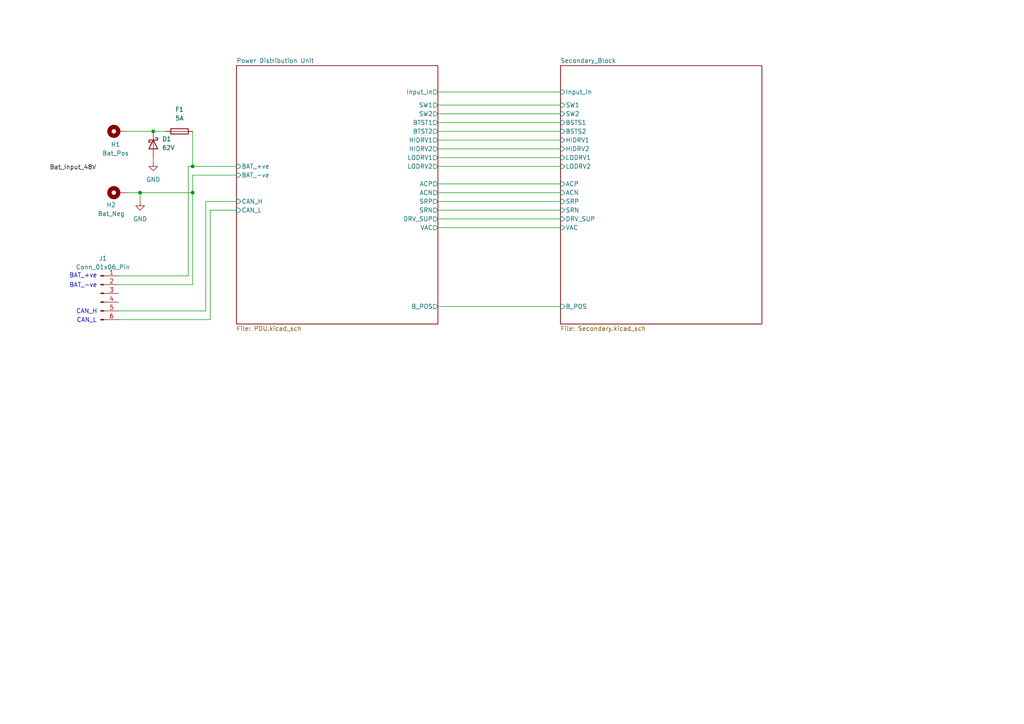
<source format=kicad_sch>
(kicad_sch (version 20231120) (generator "eeschema") (generator_version "8.0")
  (paper "A4")
  (lib_symbols
    (symbol "Connector:Conn_01x06_Pin" (pin_names (offset 1.016) hide)
      (property "Reference" "J" (at 0 7.62 0))
      (property "Value" "Conn_01x06_Pin" (at 0 -10.16 0))
      (symbol "Conn_01x06_Pin_1_1"
        (polyline (pts (xy 1.27 -7.62) (xy 0.8636 -7.62)) (stroke (width 0.1524)))
        (polyline (pts (xy 1.27 -5.08) (xy 0.8636 -5.08)) (stroke (width 0.1524)))
        (polyline (pts (xy 1.27 -2.54) (xy 0.8636 -2.54)) (stroke (width 0.1524)))
        (polyline (pts (xy 1.27 0) (xy 0.8636 0)) (stroke (width 0.1524)))
        (polyline (pts (xy 1.27 2.54) (xy 0.8636 2.54)) (stroke (width 0.1524)))
        (polyline (pts (xy 1.27 5.08) (xy 0.8636 5.08)) (stroke (width 0.1524)))
        (rectangle (start 0.8636 -7.493) (end 0 -7.747) (stroke (width 0.1524)) (fill (type outline)))
        (rectangle (start 0.8636 -4.953) (end 0 -5.207) (stroke (width 0.1524)) (fill (type outline)))
        (rectangle (start 0.8636 -2.413) (end 0 -2.667) (stroke (width 0.1524)) (fill (type outline)))
        (rectangle (start 0.8636 0.127) (end 0 -0.127) (stroke (width 0.1524)) (fill (type outline)))
        (rectangle (start 0.8636 2.667) (end 0 2.413) (stroke (width 0.1524)) (fill (type outline)))
        (rectangle (start 0.8636 5.207) (end 0 4.953) (stroke (width 0.1524)) (fill (type outline)))
        (pin passive line (at 5.08 5.08 180) (length 3.81) (name "Pin_1") (number "1"))
        (pin passive line (at 5.08 2.54 180) (length 3.81) (name "Pin_2") (number "2"))
        (pin passive line (at 5.08 0 180) (length 3.81) (name "Pin_3") (number "3"))
        (pin passive line (at 5.08 -2.54 180) (length 3.81) (name "Pin_4") (number "4"))
        (pin passive line (at 5.08 -5.08 180) (length 3.81) (name "Pin_5") (number "5"))
        (pin passive line (at 5.08 -7.62 180) (length 3.81) (name "Pin_6") (number "6"))
      )
    )
    (symbol "Device:Fuse" (pin_numbers hide) (pin_names (offset 0))
      (property "Reference" "F" (at 2.032 0 90))
      (property "Value" "Fuse" (at -1.905 0 90))
      (symbol "Fuse_0_1"
        (rectangle (start -0.762 -2.54) (end 0.762 2.54) (stroke (width 0.254)))
        (polyline (pts (xy 0 2.54) (xy 0 -2.54)))
      )
      (symbol "Fuse_1_1"
        (pin passive line (at 0 3.81 270) (length 1.27) (name "~") (number "1"))
        (pin passive line (at 0 -3.81 90) (length 1.27) (name "~") (number "2"))
      )
    )
    (symbol "Diode:PMEG6045ETP" (pin_numbers hide) (pin_names hide)
      (property "Reference" "D" (at 0 2.54 0))
      (property "Value" "PMEG6045ETP" (at 0 -2.54 0))
      (symbol "PMEG6045ETP_0_1"
        (polyline (pts (xy 1.27 0) (xy -1.27 0)))
        (polyline (pts (xy 1.27 1.27) (xy 1.27 -1.27) (xy -1.27 0) (xy 1.27 1.27)) (stroke (width 0.254)))
        (polyline (pts (xy -1.905 0.635) (xy -1.905 1.27) (xy -1.27 1.27) (xy -1.27 -1.27) (xy -0.635 -1.27) (xy -0.635 -0.635)) (stroke (width 0.254)))
      )
      (symbol "PMEG6045ETP_1_1"
        (pin passive line (at -3.81 0 0) (length 2.54) (name "K") (number "1"))
        (pin passive line (at 3.81 0 180) (length 2.54) (name "A") (number "2"))
      )
    )
    (symbol "Mechanical:MountingHole_Pad" (pin_numbers hide) (pin_names (offset 1.016) hide) (exclude_from_sim yes) (in_bom no)
      (property "Reference" "H" (at 0 6.35 0))
      (property "Value" "MountingHole_Pad" (at 0 4.445 0))
      (symbol "MountingHole_Pad_0_1"
        (circle (center 0 1.27) (radius 1.27) (stroke (width 1.27)))
      )
      (symbol "MountingHole_Pad_1_1"
        (pin input line (at 0 -2.54 90) (length 2.54) (name "1") (number "1"))
      )
    )
    (symbol "power:GND" (power) (pin_numbers hide) (pin_names (offset 0) hide)
      (property "Value" "GND" (at 0 -3.81 0))
      (symbol "GND_0_1"
        (polyline (pts (xy 0 0) (xy 0 -1.27) (xy 1.27 -1.27) (xy 0 -2.54) (xy -1.27 -1.27) (xy 0 -1.27)))
      )
      (symbol "GND_1_1"
        (pin power_in line (at 0 0 270) (length 0) (name "~") (number "1"))
      )
    )
  )
  (junction (at 55.88 48.26))
  (junction (at 44.45 38.1))
  (junction (at 55.88 55.88))
  (junction (at 40.64 55.88))
  (wire (pts (xy 59.69 58.42) (xy 68.58 58.42)))
  (wire (pts (xy 36.83 55.88) (xy 40.64 55.88)))
  (wire (pts (xy 68.58 60.96) (xy 60.96 60.96)))
  (wire (pts (xy 55.88 50.8) (xy 68.58 50.8)))
  (wire (pts (xy 60.96 60.96) (xy 60.96 92.71)))
  (wire (pts (xy 36.83 38.1) (xy 44.45 38.1)))
  (wire (pts (xy 40.64 55.88) (xy 55.88 55.88)))
  (wire (pts (xy 127 38.1) (xy 162.56 38.1)))
  (wire (pts (xy 127 26.67) (xy 162.56 26.67)))
  (wire (pts (xy 54.61 80.01) (xy 54.61 48.26)))
  (wire (pts (xy 44.45 45.72) (xy 44.45 46.99)))
  (wire (pts (xy 127 53.34) (xy 162.56 53.34)))
  (wire (pts (xy 55.88 38.1) (xy 55.88 48.26)))
  (wire (pts (xy 60.96 92.71) (xy 34.29 92.71)))
  (wire (pts (xy 127 66.04) (xy 162.56 66.04)))
  (wire (pts (xy 127 88.9) (xy 162.56 88.9)))
  (wire (pts (xy 127 35.56) (xy 162.56 35.56)))
  (wire (pts (xy 127 43.18) (xy 162.56 43.18)))
  (wire (pts (xy 59.69 90.17) (xy 34.29 90.17)))
  (wire (pts (xy 55.88 48.26) (xy 68.58 48.26)))
  (wire (pts (xy 127 30.48) (xy 162.56 30.48)))
  (wire (pts (xy 127 40.64) (xy 162.56 40.64)))
  (wire (pts (xy 44.45 38.1) (xy 48.26 38.1)))
  (wire (pts (xy 127 45.72) (xy 162.56 45.72)))
  (wire (pts (xy 55.88 55.88) (xy 55.88 50.8)))
  (wire (pts (xy 127 58.42) (xy 162.56 58.42)))
  (wire (pts (xy 127 48.26) (xy 162.56 48.26)))
  (wire (pts (xy 54.61 48.26) (xy 55.88 48.26)))
  (wire (pts (xy 127 33.02) (xy 162.56 33.02)))
  (wire (pts (xy 34.29 80.01) (xy 54.61 80.01)))
  (wire (pts (xy 34.29 82.55) (xy 55.88 82.55)))
  (wire (pts (xy 59.69 58.42) (xy 59.69 90.17)))
  (wire (pts (xy 55.88 82.55) (xy 55.88 55.88)))
  (wire (pts (xy 127 63.5) (xy 162.56 63.5)))
  (wire (pts (xy 127 55.88) (xy 162.56 55.88)))
  (wire (pts (xy 40.64 55.88) (xy 40.64 58.42)))
  (wire (pts (xy 127 60.96) (xy 162.56 60.96)))
  (text "BAT_+ve\n" (at 24.13 80.01 0) (effects (font (size 1.27 1.27))))
  (text "CAN_L\n" (at 25.146 92.964 0) (effects (font (size 1.27 1.27))))
  (text "BAT_-ve\n" (at 24.13 82.804 0) (effects (font (size 1.27 1.27))))
  (text "CAN_H" (at 25.146 90.424 0) (effects (font (size 1.27 1.27))))
  (label "Bat_Input_48V" (at 27.94 49.53 180))
  (symbol (lib_id "Mechanical:MountingHole_Pad") (at 34.29 38.1 90) (unit 1) (exclude_from_sim yes) (in_bom no)
    (property "Reference" "H1" (at 33.528 41.91 90))
    (property "Value" "Bat_Pos" (at 33.528 44.45 90))
    (property "Description" "Mounting Hole with connection" (effects (hide yes)))
  )
  (symbol (lib_id "Mechanical:MountingHole_Pad") (at 34.29 55.88 90) (unit 1) (exclude_from_sim yes) (in_bom no)
    (property "Reference" "H2" (at 32.258 59.436 90))
    (property "Value" "Bat_Neg" (at 32.258 61.976 90))
    (property "Description" "Mounting Hole with connection" (effects (hide yes)))
  )
  (symbol (lib_id "power:GND") (at 44.45 46.99 0) (unit 1)
    (property "Reference" "#PWR3" (effects (hide yes)))
    (property "Value" "GND" (at 44.45 52.07 0))
    (property "Description" "Power symbol creates a global label with name \"GND\" , ground" (effects (hide yes)))
  )
  (symbol (lib_id "Device:Fuse") (at 52.07 38.1 270) (unit 1)
    (property "Reference" "F1" (at 52.07 31.75 90))
    (property "Value" "5A" (at 52.07 34.29 90))
    (property "Description" "Fuse" (effects (hide yes)))
  )
  (symbol (lib_id "power:GND") (at 40.64 58.42 0) (unit 1)
    (property "Reference" "#PWR2" (effects (hide yes)))
    (property "Value" "GND" (at 40.64 63.5 0))
    (property "Description" "Power symbol creates a global label with name \"GND\" , ground" (effects (hide yes)))
  )
  (symbol (lib_id "Diode:PMEG6045ETP") (at 44.45 41.91 270) (unit 1)
    (property "Reference" "D1" (at 46.99 40.3224 90) (effects (justify left)))
    (property "Value" "62V" (at 46.99 42.8624 90) (effects (justify left)))
    (property "Footprint" "Diode_SMD:D_SOD-128" (effects (hide yes)))
    (property "Datasheet" "https://assets.nexperia.com/documents/data-sheet/PMEG6045ETP.pdf" (effects (hide yes)))
    (property "Description" "60V, 4.5A High-Temperature Schottky barrier rectifier, SOD-128" (effects (hide yes)))
  )
  (symbol (lib_id "Connector:Conn_01x06_Pin") (at 29.21 85.09 0) (unit 1)
    (property "Reference" "J1" (at 29.845 74.93 0))
    (property "Value" "Conn_01x06_Pin" (at 29.845 77.47 0))
    (property "Description" "Generic connector, single row, 01x06, script generated" (effects (hide yes)))
  )
  (sheet (at 68.58 19.05) (size 58.42 74.93) (stroke (width 0.1524))
    (property "Sheetname" "Power Distribution Unit" (at 68.58 18.3384 0) (effects (justify left bottom)))
    (property "Sheetfile" "PDU.kicad_sch" (at 68.58 94.5646 0) (effects (justify left top)))
    (pin "BAT_+ve" input (at 68.58 48.26 180))
    (pin "CAN_H" input (at 68.58 58.42 180))
    (pin "BAT_-ve" input (at 68.58 50.8 180))
    (pin "CAN_L" input (at 68.58 60.96 180))
    (pin "B_POS" output (at 127 88.9 0))
    (pin "Input_In" output (at 127 26.67 0))
    (pin "SW1" output (at 127 30.48 0))
    (pin "SW2" output (at 127 33.02 0))
    (pin "BTST1" output (at 127 35.56 0))
    (pin "VAC" output (at 127 66.04 0))
    (pin "BTST2" output (at 127 38.1 0))
    (pin "HIDRV1" output (at 127 40.64 0))
    (pin "HIDRV2" output (at 127 43.18 0))
    (pin "LODRV1" output (at 127 45.72 0))
    (pin "LODRV2" output (at 127 48.26 0))
    (pin "DRV_SUP" output (at 127 63.5 0))
    (pin "SRN" output (at 127 60.96 0))
    (pin "SRP" output (at 127 58.42 0))
    (pin "ACN" output (at 127 55.88 0))
    (pin "ACP" output (at 127 53.34 0))
  )
  (sheet (at 162.56 19.05) (size 58.42 74.93) (stroke (width 0.1524))
    (property "Sheetname" "Secondary_Block" (at 162.56 18.3384 0) (effects (justify left bottom)))
    (property "Sheetfile" "Secondary.kicad_sch" (at 162.56 94.5646 0) (effects (justify left top)))
    (pin "B_POS" input (at 162.56 88.9 180))
    (pin "Input_In" input (at 162.56 26.67 180))
    (pin "LODRV1" input (at 162.56 45.72 180))
    (pin "HIDRV2" input (at 162.56 43.18 180))
    (pin "DRV_SUP" input (at 162.56 63.5 180))
    (pin "VAC" input (at 162.56 66.04 180))
    (pin "HIDRV1" input (at 162.56 40.64 180))
    (pin "BSTS2" input (at 162.56 38.1 180))
    (pin "SW2" input (at 162.56 33.02 180))
    (pin "SW1" input (at 162.56 30.48 180))
    (pin "SRN" input (at 162.56 60.96 180))
    (pin "SRP" input (at 162.56 58.42 180))
    (pin "LODRV2" input (at 162.56 48.26 180))
    (pin "BSTS1" input (at 162.56 35.56 180))
    (pin "ACN" input (at 162.56 55.88 180))
    (pin "ACP" input (at 162.56 53.34 180))
  )
)
</source>
